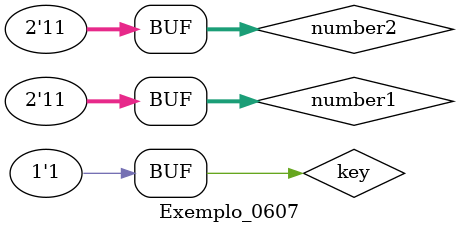
<source format=v>

module mux2inputs(input [1:0] inputArray, input key, output selectedInput);

    assign selectedInput = inputArray[key];

endmodule

// if key = 0, operation is number1 == number2
// if key = 1, operation is number1 != number2
module equals_or_not_equals_checker(input [1:0] number1, input [1:0] number2, input key, output equals_or_not_equals_result);

    wire not_digit0_of_number1, not_digit1_of_number1;
    wire not_digit0_of_number2, not_digit1_of_number2;
	
	not not11(not_digit0_of_number1, number1[0]);
	not not21(not_digit1_of_number1, number1[1]);
	not not12(not_digit0_of_number2, number2[0]);
	not not22(not_digit1_of_number2, number2[1]);
	
	wire and1_result, and2_result, and3_result, and4_result;
	
	and and1(and1_result, not_digit0_of_number1, not_digit1_of_number1, not_digit0_of_number2, not_digit1_of_number2);
	and and2(and2_result, not_digit0_of_number1, number1[1], not_digit0_of_number2, number2[1]);
	and and3(and3_result, number1[0], number1[1], number2[0], number2[1]);
	and and4(and4_result, number1[0], not_digit1_of_number1, number2[0], not_digit1_of_number2);
	
	wire equals_result, not_equals_result;
	// esta porta or fornece o valor logico da igualdade entre os numeros
	or equals(equals_result, and1_result, and2_result, and3_result, and4_result);
	not not_equals(not_equals_result, equals_result);
	
	mux2inputs mux2( { not_equals_result, equals_result }, key, equals_or_not_equals_result );

endmodule

// if key = 0, operation is number1 > number2
// if key = 1, operation is number1 < number2
module greater_or_smaller_checker(input [1:0] number1, input [1:0] number2, input key, output greater_or_smaller_result);

    wire not_digit0_of_number2, not_digit1_of_number2;
	
	not not02(not_digit0_of_number2, number2[0]);
	not not12(not_digit1_of_number2, number2[1]);
	
	wire and1_result, and2_result, and3_result;
	
	and and1(and1_result, number1[0], not_digit1_of_number2, not_digit0_of_number2);
	and and2(and2_result, number1[1], number1[0], not_digit0_of_number2);
	and and3(and3_result, number1[1], not_digit1_of_number2);
	
	wire number1_greater_than_number2_result, number1_not_greater_than_number2_result;
	// esta porta or fornece o valor logico de number1 > number2
	or number1_greater_than_number2(number1_greater_than_number2_result, and1_result, and2_result, and3_result);
	not number1_not_greater_than_number2(number1_not_greater_than_number2_result, number1_greater_than_number2_result);
	
	wire number1_not_equals_number2_result;
	// checa se os dois numeros sao diferentes
	equals_or_not_equals_checker number1_not_equals_number2(number1, number2, 1'b1, number1_not_equals_number2_result);
	
	wire number1_smaller_than_number2_result;
	// number1 so' e' menor que number2 se number1 nao' e' maior nem igual a number2
	and number1_smaller_than_number2(number1_smaller_than_number2_result, number1_not_greater_than_number2_result, number1_not_equals_number2_result);
	
	mux2inputs result_selector( { number1_smaller_than_number2_result, number1_greater_than_number2_result }, key, greater_or_smaller_result );

endmodule

module Exemplo_0607;

	// ------------------------- data definition
	reg [1:0] number1;
	reg [1:0] number2;
	reg key;
	wire greater_or_smaller_result;
	
	greater_or_smaller_checker greater_or_smaller_checker1(number1, number2, key, greater_or_smaller_result);
	
	// ------------------------- main part
	initial
	begin : main
		$display("");
		$display("Exemplo_0607 - Axell Brendow - 631822");
		$display("");
		$display("key = 0  -->  greater than is used");
		$display("key = 1  -->  smaller than is used");
		$display("");
		
		// projecting module tests
		$monitor("(%2b, %2b) = %b", number1, number2, greater_or_smaller_result);
		
		$display("\nfor key = 0\n");
		   number1 = 2'b00; number2 = 2'b00; key = 0;
		#1                  number2 = 2'b01;
		#1                  number2 = 2'b10;
		#1                  number2 = 2'b11;
		
		#1 $display("");
		   number1 = 2'b01; number2 = 2'b00; key = 0;
		#1                  number2 = 2'b01;
		#1                  number2 = 2'b10;
		#1                  number2 = 2'b11;
		
		#1 $display("");
		   number1 = 2'b10; number2 = 2'b00; key = 0;
		#1                  number2 = 2'b01;
		#1                  number2 = 2'b10;
		#1                  number2 = 2'b11;
		
		#1 $display("");
		   number1 = 2'b11; number2 = 2'b00; key = 0;
		#1                  number2 = 2'b01;
		#1                  number2 = 2'b10;
		#1                  number2 = 2'b11;
		
		#1 $display("\n-----------------------\n");
		$display("\nfor key = 1\n");
		   number1 = 2'b00; number2 = 2'b00; key = 1;
		#1                  number2 = 2'b01;
		#1                  number2 = 2'b10;
		#1                  number2 = 2'b11;
		
		#1 $display("");
		   number1 = 2'b01; number2 = 2'b00; key = 1;
		#1                  number2 = 2'b01;
		#1                  number2 = 2'b10;
		#1                  number2 = 2'b11;
		
		#1 $display("");
		   number1 = 2'b10; number2 = 2'b00; key = 1;
		#1                  number2 = 2'b01;
		#1                  number2 = 2'b10;
		#1                  number2 = 2'b11;
		
		#1 $display("");
		   number1 = 2'b11; number2 = 2'b00; key = 1;
		#1                  number2 = 2'b01;
		#1                  number2 = 2'b10;
		#1                  number2 = 2'b11;
	end
	
endmodule
</source>
